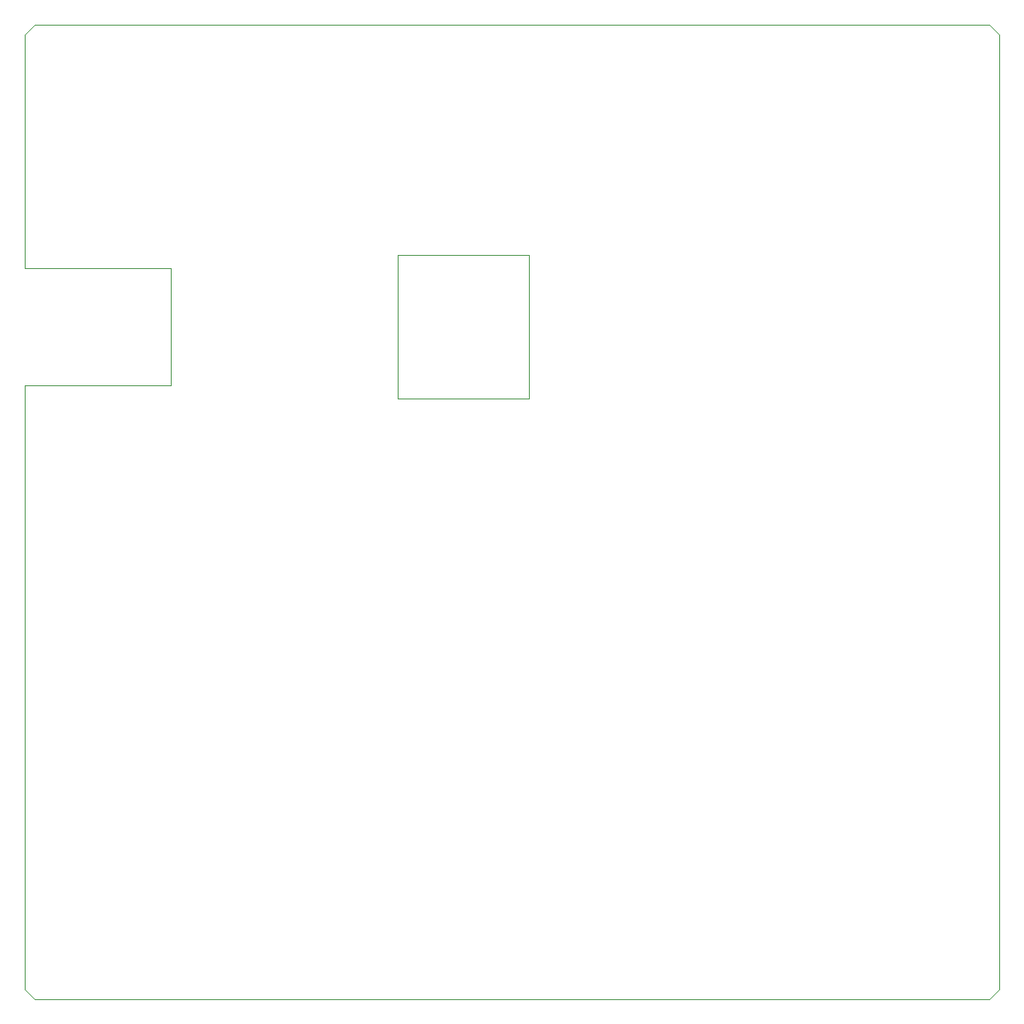
<source format=gbr>
%TF.GenerationSoftware,KiCad,Pcbnew,7.0.2-0*%
%TF.CreationDate,2024-06-06T04:37:27-07:00*%
%TF.ProjectId,version_1,76657273-696f-46e5-9f31-2e6b69636164,rev?*%
%TF.SameCoordinates,Original*%
%TF.FileFunction,Profile,NP*%
%FSLAX46Y46*%
G04 Gerber Fmt 4.6, Leading zero omitted, Abs format (unit mm)*
G04 Created by KiCad (PCBNEW 7.0.2-0) date 2024-06-06 04:37:27*
%MOMM*%
%LPD*%
G01*
G04 APERTURE LIST*
%TA.AperFunction,Profile*%
%ADD10C,0.100000*%
%TD*%
G04 APERTURE END LIST*
D10*
X21000000Y-20000000D02*
X20000000Y-21000000D01*
X35000000Y-57000000D02*
X20000000Y-57000000D01*
X119000000Y-120000000D02*
X120000000Y-119000000D01*
X35000000Y-45000000D02*
X35000000Y-57000000D01*
X35000000Y-45000000D02*
X20000000Y-45000000D01*
X119000000Y-20000000D02*
X120000000Y-21000000D01*
X21000000Y-120000000D02*
X119000000Y-120000000D01*
X20000000Y-57000000D02*
X20000000Y-119000000D01*
X20000000Y-21000000D02*
X20000000Y-45000000D01*
X120000000Y-119000000D02*
X120000000Y-21000000D01*
X58277000Y-43650000D02*
X71755000Y-43650000D01*
X71755000Y-58350000D01*
X58277000Y-58350000D01*
X58277000Y-43650000D01*
X119000000Y-20000000D02*
X21000000Y-20000000D01*
X20000000Y-119000000D02*
X21000000Y-120000000D01*
M02*

</source>
